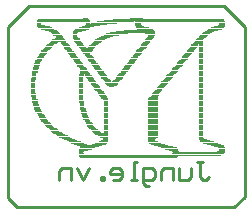
<source format=gbo>
%FSTAX24Y24*%
%MOIN*%
G70*
G01*
G75*
G04 Layer_Color=32896*
%ADD10R,0.0500X0.0394*%
%ADD11R,0.7500X0.0100*%
%ADD12R,0.0500X0.0500*%
G04:AMPARAMS|DCode=13|XSize=37.4mil|YSize=19.7mil|CornerRadius=2.5mil|HoleSize=0mil|Usage=FLASHONLY|Rotation=180.000|XOffset=0mil|YOffset=0mil|HoleType=Round|Shape=RoundedRectangle|*
%AMROUNDEDRECTD13*
21,1,0.0374,0.0148,0,0,180.0*
21,1,0.0325,0.0197,0,0,180.0*
1,1,0.0049,-0.0162,0.0074*
1,1,0.0049,0.0162,0.0074*
1,1,0.0049,0.0162,-0.0074*
1,1,0.0049,-0.0162,-0.0074*
%
%ADD13ROUNDEDRECTD13*%
%ADD14R,0.0500X0.0500*%
%ADD15R,0.0394X0.0500*%
%ADD16R,0.0390X0.0120*%
%ADD17O,0.1457X0.0256*%
%ADD18O,0.0118X0.0532*%
%ADD19C,0.0160*%
%ADD20C,0.0080*%
%ADD21C,0.0120*%
%ADD22C,0.0200*%
%ADD23C,0.0100*%
%ADD24C,0.1500*%
%ADD25C,0.1874*%
%ADD26C,0.0665*%
%ADD27R,0.0665X0.0665*%
%ADD28O,0.1575X0.1360*%
%ADD29R,0.1575X0.1360*%
%ADD30R,0.0638X0.0638*%
%ADD31C,0.0638*%
%ADD32C,0.0591*%
%ADD33R,0.0591X0.0591*%
%ADD34P,0.0714X8X202.5*%
%ADD35O,0.0900X0.0620*%
%ADD36R,0.0900X0.0620*%
%ADD37O,0.0850X0.0600*%
%ADD38R,0.0850X0.0600*%
%ADD39O,0.0800X0.0640*%
%ADD40R,0.0800X0.0640*%
%ADD41R,0.1181X0.0902*%
%ADD42O,0.1181X0.0902*%
%ADD43C,0.0400*%
%ADD44C,0.0500*%
%ADD45C,0.0400*%
%ADD46C,0.0079*%
%ADD47C,0.0050*%
%ADD48C,0.0060*%
%ADD49C,0.0098*%
%ADD50C,0.0070*%
%ADD51C,0.0040*%
%ADD52C,0.0059*%
%ADD53R,0.0315X0.0945*%
%ADD54R,0.0580X0.0474*%
%ADD55R,0.7580X0.0180*%
%ADD56R,0.0580X0.0580*%
G04:AMPARAMS|DCode=57|XSize=45.4mil|YSize=27.7mil|CornerRadius=6.5mil|HoleSize=0mil|Usage=FLASHONLY|Rotation=180.000|XOffset=0mil|YOffset=0mil|HoleType=Round|Shape=RoundedRectangle|*
%AMROUNDEDRECTD57*
21,1,0.0454,0.0148,0,0,180.0*
21,1,0.0325,0.0277,0,0,180.0*
1,1,0.0129,-0.0162,0.0074*
1,1,0.0129,0.0162,0.0074*
1,1,0.0129,0.0162,-0.0074*
1,1,0.0129,-0.0162,-0.0074*
%
%ADD57ROUNDEDRECTD57*%
%ADD58R,0.0580X0.0580*%
%ADD59R,0.0474X0.0580*%
%ADD60R,0.0470X0.0200*%
%ADD61O,0.1537X0.0336*%
%ADD62O,0.0158X0.0572*%
%ADD63C,0.1580*%
%ADD64C,0.1954*%
%ADD65C,0.0745*%
%ADD66R,0.0745X0.0745*%
%ADD67O,0.1655X0.1440*%
%ADD68R,0.1655X0.1440*%
%ADD69R,0.0718X0.0718*%
%ADD70C,0.0718*%
%ADD71C,0.0671*%
%ADD72R,0.0671X0.0671*%
%ADD73P,0.0801X8X202.5*%
%ADD74O,0.0980X0.0700*%
%ADD75R,0.0980X0.0700*%
%ADD76O,0.0930X0.0680*%
%ADD77R,0.0930X0.0680*%
%ADD78O,0.0880X0.0720*%
%ADD79R,0.0880X0.0720*%
%ADD80R,0.1261X0.0982*%
%ADD81O,0.1261X0.0982*%
%ADD82C,0.0480*%
%ADD83C,0.0580*%
D23*
X047876Y015995D02*
X048176D01*
X048876Y015295D01*
Y009645D02*
Y015295D01*
X048526Y009295D02*
X048876Y009645D01*
X041276Y009295D02*
X048526D01*
X040976Y009595D02*
X041276Y009295D01*
X040976Y009595D02*
Y015295D01*
X041676Y015995D01*
X047876D01*
X047277Y010795D02*
X047476D01*
X047376D01*
Y010295D01*
X047476Y010195D01*
X047576D01*
X047676Y010295D01*
X047077Y010595D02*
Y010295D01*
X046977Y010195D01*
X046677D01*
Y010595D01*
X046477Y010195D02*
Y010595D01*
X046177D01*
X046077Y010495D01*
Y010195D01*
X045677Y009995D02*
X045577D01*
X045477Y010095D01*
Y010595D01*
X045777D01*
X045877Y010495D01*
Y010295D01*
X045777Y010195D01*
X045477D01*
X045277D02*
X045077D01*
X045177D01*
Y010795D01*
X045277D01*
X044477Y010195D02*
X044677D01*
X044777Y010295D01*
Y010495D01*
X044677Y010595D01*
X044477D01*
X044377Y010495D01*
Y010395D01*
X044777D01*
X044178Y010195D02*
Y010295D01*
X044078D01*
Y010195D01*
X044178D01*
X043678Y010595D02*
X043478Y010195D01*
X043278Y010595D01*
X043078Y010195D02*
Y010595D01*
X042778D01*
X042678Y010495D01*
Y010195D01*
D51*
X043386Y010975D02*
X046586D01*
X043346Y011015D02*
X046626D01*
X043346Y011055D02*
X048066D01*
X043346Y011095D02*
X043506D01*
X046466D02*
X048146D01*
X043346Y011135D02*
X043466D01*
X046506D02*
X048186D01*
X043346Y011175D02*
X043506D01*
X046466D02*
X046666D01*
X047946D02*
X048186D01*
X043346Y011215D02*
X043626D01*
X046346D02*
X046626D01*
X048026D02*
X048186D01*
X043346Y011255D02*
X043746D01*
X046226D02*
X046626D01*
X048026D02*
X048186D01*
X043386Y011295D02*
X043866D01*
X046106D02*
X046586D01*
X047986D02*
X048186D01*
X043386Y011335D02*
X043986D01*
X045986D02*
X046466D01*
X047866D02*
X048146D01*
X043306Y011375D02*
X044106D01*
X045866D02*
X046306D01*
X047746D02*
X048146D01*
X043186Y011415D02*
X043586D01*
X043786D02*
X044226D01*
X045746D02*
X046186D01*
X047626D02*
X048066D01*
X043106Y011455D02*
X043506D01*
X043906D02*
X044266D01*
X045706D02*
X046066D01*
X047506D02*
X047946D01*
X043026Y011495D02*
X043386D01*
X044026D02*
X044306D01*
X045666D02*
X045946D01*
X047386D02*
X047826D01*
X042946Y011535D02*
X043266D01*
X044106D02*
X044306D01*
X045666D02*
X045866D01*
X047386D02*
X047706D01*
X042866Y011575D02*
X043186D01*
X044146D02*
X044306D01*
X045666D02*
X045866D01*
X047346D02*
X047586D01*
X042786Y011615D02*
X043106D01*
X044146D02*
X044306D01*
X045666D02*
X045906D01*
X047346D02*
X047506D01*
X042706Y011655D02*
X043026D01*
X044066D02*
X044306D01*
X045666D02*
X045946D01*
X047346D02*
X047466D01*
X042626Y011695D02*
X042946D01*
X043986D02*
X044306D01*
X045666D02*
X045946D01*
X047346D02*
X047466D01*
X042586Y011735D02*
X042866D01*
X043906D02*
X044306D01*
X045666D02*
X045786D01*
X045826D02*
X045946D01*
X047346D02*
X047466D01*
X042506Y011775D02*
X042786D01*
X043866D02*
X044146D01*
X044186D02*
X044306D01*
X045666D02*
X045786D01*
X045826D02*
X045946D01*
X047346D02*
X047466D01*
X042466Y011815D02*
X042746D01*
X043826D02*
X044066D01*
X044186D02*
X044306D01*
X045666D02*
X045786D01*
X045826D02*
X045946D01*
X047346D02*
X047466D01*
X042426Y011855D02*
X042666D01*
X043786D02*
X044026D01*
X044186D02*
X044306D01*
X045666D02*
X045786D01*
X045826D02*
X045946D01*
X047346D02*
X047466D01*
X042386Y011895D02*
X042626D01*
X043746D02*
X043946D01*
X044186D02*
X044306D01*
X045666D02*
X045786D01*
X045826D02*
X045946D01*
X047346D02*
X047466D01*
X042346Y011935D02*
X042586D01*
X043706D02*
X043906D01*
X044186D02*
X044306D01*
X045666D02*
X045786D01*
X045826D02*
X045946D01*
X047346D02*
X047466D01*
X042306Y011975D02*
X042506D01*
X043666D02*
X043866D01*
X044186D02*
X044306D01*
X045666D02*
X045786D01*
X045826D02*
X045946D01*
X047346D02*
X047466D01*
X042266Y012015D02*
X042466D01*
X043626D02*
X043826D01*
X044186D02*
X044306D01*
X045666D02*
X045786D01*
X045826D02*
X045946D01*
X047346D02*
X047466D01*
X042226Y012055D02*
X042426D01*
X043626D02*
X043786D01*
X044186D02*
X044306D01*
X045666D02*
X045786D01*
X045826D02*
X045946D01*
X047346D02*
X047466D01*
X042186Y012095D02*
X042386D01*
X043586D02*
X043786D01*
X044186D02*
X044306D01*
X045666D02*
X045786D01*
X045826D02*
X045946D01*
X047346D02*
X047466D01*
X042146Y012135D02*
X042346D01*
X043586D02*
X043746D01*
X044186D02*
X044306D01*
X045666D02*
X045786D01*
X045826D02*
X045946D01*
X047346D02*
X047466D01*
X042106Y012175D02*
X042306D01*
X043546D02*
X043706D01*
X044186D02*
X044306D01*
X045666D02*
X045786D01*
X045826D02*
X045946D01*
X047346D02*
X047466D01*
X042106Y012215D02*
X042306D01*
X043546D02*
X043706D01*
X044186D02*
X044306D01*
X045666D02*
X045786D01*
X045826D02*
X045946D01*
X047346D02*
X047466D01*
X042066Y012255D02*
X042266D01*
X043506D02*
X043666D01*
X044186D02*
X044306D01*
X045666D02*
X045786D01*
X045826D02*
X045946D01*
X047346D02*
X047466D01*
X042026Y012295D02*
X042226D01*
X043506D02*
X043666D01*
X044186D02*
X044306D01*
X045666D02*
X045786D01*
X045826D02*
X045946D01*
X047346D02*
X047466D01*
X042026Y012335D02*
X042186D01*
X043466D02*
X043626D01*
X044186D02*
X044306D01*
X045666D02*
X045786D01*
X045826D02*
X045946D01*
X047346D02*
X047466D01*
X041986Y012375D02*
X042186D01*
X043466D02*
X043626D01*
X044186D02*
X044306D01*
X045666D02*
X045786D01*
X045826D02*
X045946D01*
X047346D02*
X047466D01*
X041986Y012415D02*
X042146D01*
X043466D02*
X043586D01*
X044186D02*
X044306D01*
X045666D02*
X045786D01*
X045826D02*
X045946D01*
X047346D02*
X047466D01*
X041946Y012455D02*
X042106D01*
X043426D02*
X043586D01*
X044186D02*
X044306D01*
X045666D02*
X045786D01*
X045826D02*
X045946D01*
X047346D02*
X047466D01*
X041906Y012495D02*
X042106D01*
X043426D02*
X043586D01*
X044186D02*
X044306D01*
X045666D02*
X045786D01*
X045826D02*
X045946D01*
X047346D02*
X047466D01*
X041906Y012535D02*
X042066D01*
X043426D02*
X043546D01*
X044186D02*
X044306D01*
X045666D02*
X045786D01*
X045826D02*
X045946D01*
X047346D02*
X047466D01*
X041866Y012575D02*
X042066D01*
X043386D02*
X043546D01*
X044186D02*
X044306D01*
X045666D02*
X045786D01*
X045826D02*
X045946D01*
X047346D02*
X047466D01*
X041866Y012615D02*
X042026D01*
X043386D02*
X043546D01*
X044186D02*
X044306D01*
X045666D02*
X045786D01*
X045826D02*
X045946D01*
X047346D02*
X047466D01*
X041866Y012655D02*
X042026D01*
X043386D02*
X043506D01*
X044186D02*
X044306D01*
X045666D02*
X045786D01*
X045826D02*
X045946D01*
X047346D02*
X047466D01*
X041826Y012695D02*
X041986D01*
X043386D02*
X043506D01*
X044186D02*
X044306D01*
X045666D02*
X045786D01*
X045826D02*
X045946D01*
X047346D02*
X047466D01*
X041826Y012735D02*
X041986D01*
X043386D02*
X043506D01*
X044186D02*
X044306D01*
X045666D02*
X045786D01*
X045826D02*
X045946D01*
X047346D02*
X047466D01*
X041826Y012775D02*
X041946D01*
X043386D02*
X043506D01*
X044186D02*
X044306D01*
X045666D02*
X045786D01*
X045826D02*
X045946D01*
X047346D02*
X047466D01*
X041786Y012815D02*
X041946D01*
X043346D02*
X043506D01*
X044186D02*
X044306D01*
X045666D02*
X045946D01*
X047346D02*
X047466D01*
X041786Y012855D02*
X041946D01*
X043346D02*
X043506D01*
X044186D02*
X044306D01*
X045666D02*
X045946D01*
X047346D02*
X047466D01*
X041786Y012895D02*
X041946D01*
X043346D02*
X043466D01*
X044146D02*
X044306D01*
X045666D02*
X045946D01*
X047346D02*
X047466D01*
X041786Y012935D02*
X041906D01*
X043346D02*
X043466D01*
X044106D02*
X044306D01*
X045666D02*
X045946D01*
X047346D02*
X047466D01*
X041786Y012975D02*
X041906D01*
X043346D02*
X043466D01*
X044106D02*
X044266D01*
X045706D02*
X045946D01*
X047346D02*
X047466D01*
X041746Y013015D02*
X041906D01*
X043346D02*
X043466D01*
X044066D02*
X044266D01*
X045746D02*
X045946D01*
X047346D02*
X047466D01*
X041746Y013055D02*
X041906D01*
X043346D02*
X043466D01*
X044026D02*
X044226D01*
X045786D02*
X045986D01*
X047346D02*
X047466D01*
X041746Y013095D02*
X041906D01*
X043346D02*
X043466D01*
X043986D02*
X044186D01*
X045786D02*
X045986D01*
X047346D02*
X047466D01*
X041746Y013135D02*
X041866D01*
X043346D02*
X043466D01*
X043986D02*
X044146D01*
X045826D02*
X046026D01*
X047346D02*
X047466D01*
X041746Y013175D02*
X041866D01*
X043346D02*
X043466D01*
X043946D02*
X044146D01*
X045866D02*
X046066D01*
X047346D02*
X047466D01*
X041746Y013215D02*
X041866D01*
X043346D02*
X043466D01*
X043906D02*
X044106D01*
X045906D02*
X046106D01*
X047346D02*
X047466D01*
X041746Y013255D02*
X041866D01*
X043346D02*
X043466D01*
X043866D02*
X044066D01*
X045946D02*
X046106D01*
X047346D02*
X047466D01*
X041746Y013295D02*
X041866D01*
X043346D02*
X043466D01*
X043866D02*
X044026D01*
X045946D02*
X046146D01*
X047346D02*
X047466D01*
X041746Y013335D02*
X041866D01*
X043346D02*
X043466D01*
X043826D02*
X044026D01*
X044346D02*
X044506D01*
X045986D02*
X046186D01*
X047346D02*
X047466D01*
X041746Y013375D02*
X041866D01*
X043346D02*
X043466D01*
X043786D02*
X043986D01*
X044306D02*
X044586D01*
X046026D02*
X046226D01*
X047346D02*
X047466D01*
X041746Y013415D02*
X041866D01*
X043346D02*
X043466D01*
X043746D02*
X043946D01*
X044266D02*
X044626D01*
X046066D02*
X046266D01*
X047346D02*
X047466D01*
X041746Y013455D02*
X041866D01*
X043346D02*
X043466D01*
X043746D02*
X043906D01*
X044226D02*
X044626D01*
X046106D02*
X046306D01*
X047346D02*
X047466D01*
X041746Y013495D02*
X041866D01*
X043346D02*
X043466D01*
X043706D02*
X043906D01*
X044226D02*
X044386D01*
X044466D02*
X044666D01*
X046106D02*
X046306D01*
X047346D02*
X047466D01*
X041746Y013535D02*
X041866D01*
X043346D02*
X043466D01*
X043666D02*
X043866D01*
X044186D02*
X044386D01*
X044506D02*
X044706D01*
X046146D02*
X046346D01*
X047346D02*
X047466D01*
X041746Y013575D02*
X041906D01*
X043346D02*
X043466D01*
X043666D02*
X043826D01*
X044146D02*
X044346D01*
X044546D02*
X044746D01*
X046186D02*
X046386D01*
X047346D02*
X047466D01*
X041746Y013615D02*
X041906D01*
X043346D02*
X043466D01*
X043626D02*
X043826D01*
X044106D02*
X044306D01*
X044586D02*
X044786D01*
X046226D02*
X046426D01*
X047346D02*
X047466D01*
X041786Y013655D02*
X041906D01*
X043346D02*
X043466D01*
X043586D02*
X043786D01*
X044106D02*
X044266D01*
X044586D02*
X044786D01*
X046266D02*
X046466D01*
X047346D02*
X047466D01*
X041786Y013695D02*
X041906D01*
X043346D02*
X043506D01*
X043546D02*
X043746D01*
X044066D02*
X044266D01*
X044626D02*
X044826D01*
X046266D02*
X046466D01*
X047346D02*
X047466D01*
X041786Y013735D02*
X041906D01*
X043346D02*
X043506D01*
X043546D02*
X043706D01*
X044026D02*
X044226D01*
X044666D02*
X044866D01*
X046306D02*
X046506D01*
X047346D02*
X047466D01*
X041786Y013775D02*
X041906D01*
X043386D02*
X043706D01*
X043986D02*
X044186D01*
X044706D02*
X044906D01*
X046346D02*
X046546D01*
X047346D02*
X047466D01*
X041786Y013815D02*
X041946D01*
X043386D02*
X043666D01*
X043986D02*
X044146D01*
X044746D02*
X044906D01*
X046386D02*
X046586D01*
X047346D02*
X047466D01*
X041786Y013855D02*
X041946D01*
X043386D02*
X043626D01*
X043946D02*
X044146D01*
X044746D02*
X044946D01*
X046426D02*
X046626D01*
X047346D02*
X047466D01*
X041826Y013895D02*
X041946D01*
X043386D02*
X043586D01*
X043906D02*
X044106D01*
X044786D02*
X044986D01*
X046466D02*
X046626D01*
X047346D02*
X047466D01*
X041826Y013935D02*
X041986D01*
X043386D02*
X043586D01*
X043866D02*
X044066D01*
X044826D02*
X045026D01*
X046466D02*
X046666D01*
X047346D02*
X047466D01*
X041826Y013975D02*
X041986D01*
X043346D02*
X043546D01*
X043866D02*
X044026D01*
X044866D02*
X045026D01*
X046506D02*
X046706D01*
X047346D02*
X047466D01*
X041866Y014015D02*
X041986D01*
X043306D02*
X043506D01*
X043826D02*
X044026D01*
X044866D02*
X045066D01*
X046546D02*
X046746D01*
X047346D02*
X047466D01*
X041866Y014055D02*
X042026D01*
X043306D02*
X043466D01*
X043786D02*
X043986D01*
X044906D02*
X045106D01*
X046586D02*
X046786D01*
X047346D02*
X047466D01*
X041866Y014095D02*
X042026D01*
X043266D02*
X043466D01*
X043746D02*
X043946D01*
X044946D02*
X045146D01*
X046626D02*
X046786D01*
X047346D02*
X047466D01*
X041906Y014135D02*
X042026D01*
X043226D02*
X043426D01*
X043746D02*
X043906D01*
X044986D02*
X045186D01*
X046626D02*
X046826D01*
X047346D02*
X047466D01*
X041906Y014175D02*
X042066D01*
X043186D02*
X043386D01*
X043706D02*
X043906D01*
X045026D02*
X045186D01*
X046666D02*
X046866D01*
X047346D02*
X047466D01*
X041906Y014215D02*
X042106D01*
X043186D02*
X043346D01*
X043666D02*
X043866D01*
X045026D02*
X045226D01*
X046706D02*
X046906D01*
X047346D02*
X047466D01*
X041946Y014255D02*
X042106D01*
X043146D02*
X043346D01*
X043666D02*
X043826D01*
X045066D02*
X045266D01*
X046746D02*
X046946D01*
X047346D02*
X047466D01*
X041946Y014295D02*
X042146D01*
X043106D02*
X043306D01*
X043626D02*
X043826D01*
X045106D02*
X045306D01*
X046786D02*
X046946D01*
X047346D02*
X047466D01*
X041986Y014335D02*
X042146D01*
X043066D02*
X043266D01*
X043586D02*
X043786D01*
X045146D02*
X045306D01*
X046786D02*
X046986D01*
X047346D02*
X047466D01*
X042026Y014375D02*
X042186D01*
X043066D02*
X043226D01*
X043546D02*
X043746D01*
X045146D02*
X045346D01*
X046826D02*
X047026D01*
X047346D02*
X047466D01*
X042026Y014415D02*
X042226D01*
X043026D02*
X043226D01*
X043546D02*
X043706D01*
X045186D02*
X045386D01*
X046866D02*
X047066D01*
X047346D02*
X047466D01*
X042066Y014455D02*
X042266D01*
X042986D02*
X043186D01*
X043506D02*
X043706D01*
X045226D02*
X045426D01*
X046906D02*
X047106D01*
X047346D02*
X047466D01*
X042106Y014495D02*
X042266D01*
X042946D02*
X043146D01*
X043466D02*
X043746D01*
X045266D02*
X045426D01*
X046946D02*
X047146D01*
X047346D02*
X047466D01*
X042106Y014535D02*
X042306D01*
X042946D02*
X043106D01*
X043426D02*
X043786D01*
X045266D02*
X045466D01*
X046946D02*
X047146D01*
X047346D02*
X047466D01*
X042146Y014575D02*
X042346D01*
X042906D02*
X043106D01*
X043426D02*
X043586D01*
X043626D02*
X043786D01*
X045306D02*
X045506D01*
X046986D02*
X047186D01*
X047346D02*
X047466D01*
X042186Y014615D02*
X042386D01*
X042866D02*
X043066D01*
X043386D02*
X043586D01*
X043626D02*
X043826D01*
X045346D02*
X045546D01*
X047026D02*
X047226D01*
X047346D02*
X047466D01*
X042226Y014655D02*
X042426D01*
X042866D02*
X043026D01*
X043346D02*
X043546D01*
X043666D02*
X043866D01*
X045386D02*
X045586D01*
X047066D02*
X047266D01*
X047346D02*
X047466D01*
X042266Y014695D02*
X042466D01*
X042826D02*
X043026D01*
X043306D02*
X043506D01*
X043706D02*
X043906D01*
X045426D02*
X045586D01*
X047106D02*
X047306D01*
X047346D02*
X047466D01*
X042306Y014735D02*
X042506D01*
X042786D02*
X042986D01*
X043306D02*
X043466D01*
X043746D02*
X043946D01*
X045426D02*
X045626D01*
X047106D02*
X047306D01*
X047346D02*
X047466D01*
X042346Y014775D02*
X042586D01*
X042746D02*
X042946D01*
X043266D02*
X043466D01*
X043786D02*
X043986D01*
X045466D02*
X045666D01*
X047146D02*
X047466D01*
X042386Y014815D02*
X042626D01*
X042746D02*
X042906D01*
X043226D02*
X043426D01*
X043826D02*
X044066D01*
X045506D02*
X045706D01*
X047186D02*
X047466D01*
X042426Y014855D02*
X042906D01*
X043186D02*
X043386D01*
X043866D02*
X044106D01*
X045546D02*
X045706D01*
X047226D02*
X047466D01*
X042466Y014895D02*
X042866D01*
X043186D02*
X043346D01*
X043906D02*
X044186D01*
X045546D02*
X045746D01*
X047266D02*
X047466D01*
X042546Y014935D02*
X042826D01*
X043146D02*
X043346D01*
X043946D02*
X044266D01*
X045586D02*
X045786D01*
X047306D02*
X047506D01*
X042586Y014975D02*
X042786D01*
X043146D02*
X043306D01*
X044026D02*
X044346D01*
X045626D02*
X045826D01*
X047346D02*
X047546D01*
X042586Y015015D02*
X042786D01*
X043146D02*
X043266D01*
X044106D02*
X044466D01*
X045666D02*
X045826D01*
X047346D02*
X047586D01*
X042506Y015055D02*
X042746D01*
X043146D02*
X043266D01*
X044186D02*
X044666D01*
X045666D02*
X045866D01*
X047386D02*
X047626D01*
X042466Y015095D02*
X042706D01*
X043146D02*
X043266D01*
X044266D02*
X044946D01*
X045546D02*
X045866D01*
X047466D02*
X047706D01*
X042426Y015135D02*
X042666D01*
X043146D02*
X043306D01*
X044386D02*
X045866D01*
X047506D02*
X047746D01*
X042346Y015175D02*
X042626D01*
X043146D02*
X043426D01*
X044586D02*
X045866D01*
X047546D02*
X047826D01*
X042226Y015215D02*
X042586D01*
X043186D02*
X043546D01*
X044866D02*
X045826D01*
X047626D02*
X047946D01*
X042106Y015255D02*
X042506D01*
X043226D02*
X043666D01*
X045306D02*
X045786D01*
X047666D02*
X048106D01*
X041986Y015295D02*
X042426D01*
X043346D02*
X043706D01*
X045266D02*
X045666D01*
X047746D02*
X048146D01*
X041946Y015335D02*
X042346D01*
X043466D02*
X043826D01*
X045266D02*
X045506D01*
X047866D02*
X048186D01*
X041946Y015375D02*
X042186D01*
X043546D02*
X044026D01*
X045226D02*
X045426D01*
X047986D02*
X048186D01*
X041946Y015415D02*
X042066D01*
X043586D02*
X044266D01*
X045226D02*
X045386D01*
X048026D02*
X048186D01*
X041946Y015455D02*
X042066D01*
X043586D02*
X043706D01*
X043746D02*
X044586D01*
X045226D02*
X045386D01*
X048026D02*
X048186D01*
X041946Y015495D02*
X043706D01*
X043946D02*
X045146D01*
X045226D02*
X048186D01*
X041946Y015535D02*
X043706D01*
X044186D02*
X048146D01*
X041986Y015575D02*
X043666D01*
X044506D02*
X048146D01*
X043506Y015615D02*
X043626D01*
X045066D02*
X045466D01*
M02*

</source>
